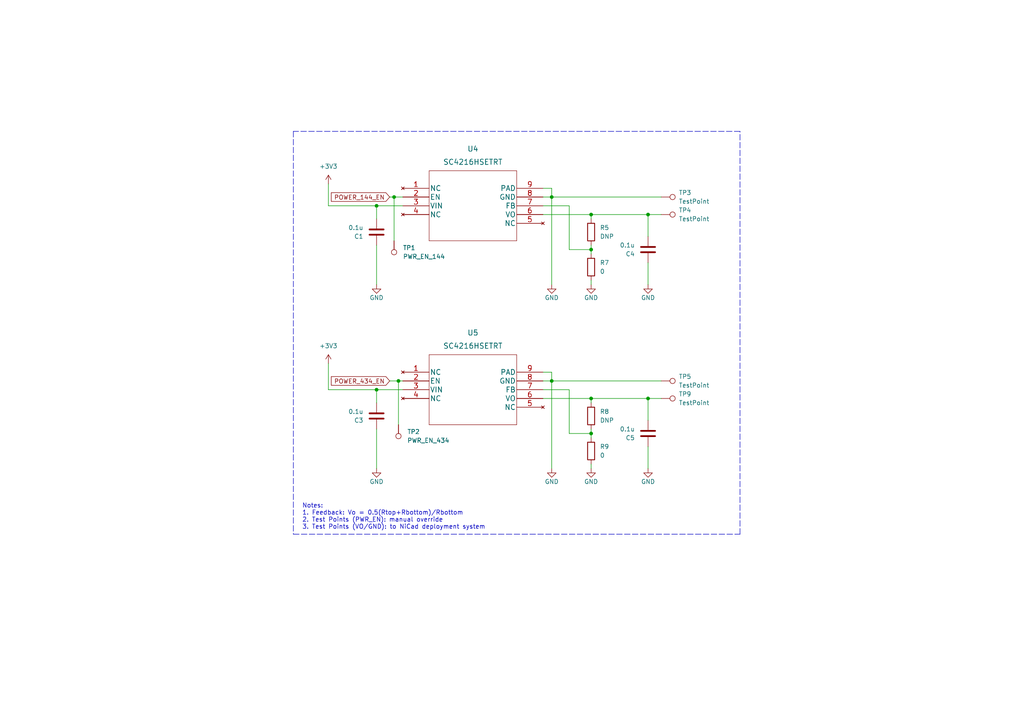
<source format=kicad_sch>
(kicad_sch (version 20211123) (generator eeschema)
  (paper "A4")
  (title_block (title "Antenna Deployment Board") (date "2023-04-24") (rev "RevA") (company "Queen's Space Engineering Team - Satellite"))
  (lib_symbols
    (symbol "Connector:TestPoint" (pin_numbers hide) (pin_names (offset 0.762) hide)
      (property "Reference" "TP" (at 0 6.858 0))
      (property "Value" "TestPoint" (at 0 5.08 0))
      (symbol "TestPoint_0_1"
        (circle (center 0 3.302) (radius 0.762))
      )
      (symbol "TestPoint_1_1"
        (pin passive line (at 0 0 90) (length 2.54) (name "1") (number "1"))
      )
    )
    (symbol "Device:C" (pin_numbers hide) (pin_names (offset 0.254))
      (property "Reference" "C" (at 0.635 2.54 0))
      (property "Value" "C" (at 0.635 -2.54 0))
      (symbol "C_0_1"
        (polyline (pts (xy -2.032 -0.762) (xy 2.032 -0.762)) (stroke (width 0.508)))
        (polyline (pts (xy -2.032 0.762) (xy 2.032 0.762)) (stroke (width 0.508)))
      )
      (symbol "C_1_1"
        (pin passive line (at 0 3.81 270) (length 2.794) (name "~") (number "1"))
        (pin passive line (at 0 -3.81 90) (length 2.794) (name "~") (number "2"))
      )
    )
    (symbol "Device:R" (pin_numbers hide) (pin_names (offset 0))
      (property "Reference" "R" (at 2.032 0 90))
      (property "Value" "R" (at 0 0 90))
      (symbol "R_0_1"
        (rectangle (start -1.016 -2.54) (end 1.016 2.54) (stroke (width 0.254)))
      )
      (symbol "R_1_1"
        (pin passive line (at 0 3.81 270) (length 1.27) (name "~") (number "1"))
        (pin passive line (at 0 -3.81 90) (length 1.27) (name "~") (number "2"))
      )
    )
    (symbol "SC4216HSETRT:SC4216HSETRT" (pin_names (offset 0.254))
      (property "Reference" "U" (at 20.32 10.16 0))
      (property "Value" "SC4216HSETRT" (at 20.32 7.62 0))
      (symbol "SC4216HSETRT_1_1"
        (polyline (pts (xy 7.62 -15.24) (xy 33.02 -15.24)) (stroke (width 0.127)))
        (polyline (pts (xy 7.62 5.08) (xy 7.62 -15.24)) (stroke (width 0.127)))
        (polyline (pts (xy 33.02 -15.24) (xy 33.02 5.08)) (stroke (width 0.127)))
        (polyline (pts (xy 33.02 5.08) (xy 7.62 5.08)) (stroke (width 0.127)))
        (pin no_connect line (at 0 0 0) (length 7.62) (name "NC") (number "1"))
        (pin input line (at 0 -2.54 0) (length 7.62) (name "EN") (number "2"))
        (pin power_in line (at 0 -5.08 0) (length 7.62) (name "VIN") (number "3"))
        (pin no_connect line (at 0 -7.62 0) (length 7.62) (name "NC") (number "4"))
        (pin no_connect line (at 40.64 -10.16 180) (length 7.62) (name "NC") (number "5"))
        (pin power_in line (at 40.64 -7.62 180) (length 7.62) (name "VO") (number "6"))
        (pin unspecified line (at 40.64 -5.08 180) (length 7.62) (name "FB") (number "7"))
        (pin power_in line (at 40.64 -2.54 180) (length 7.62) (name "GND") (number "8"))
        (pin power_in line (at 40.64 0 180) (length 7.62) (name "PAD") (number "9"))
      )
    )
    (symbol "power:+3V3" (power) (pin_names (offset 0))
      (property "Value" "+3V3" (at 0 3.556 0))
      (symbol "+3V3_0_1"
        (polyline (pts (xy -0.762 1.27) (xy 0 2.54)))
        (polyline (pts (xy 0 0) (xy 0 2.54)))
        (polyline (pts (xy 0 2.54) (xy 0.762 1.27)))
      )
      (symbol "+3V3_1_1"
        (pin power_in line (at 0 0 90) (length 0) hide (name "+3V3") (number "1"))
      )
    )
    (symbol "power:GND" (power) (pin_names (offset 0))
      (property "Value" "GND" (at 0 -3.81 0))
      (symbol "GND_0_1"
        (polyline (pts (xy 0 0) (xy 0 -1.27) (xy 1.27 -1.27) (xy 0 -2.54) (xy -1.27 -1.27) (xy 0 -1.27)))
      )
      (symbol "GND_1_1"
        (pin power_in line (at 0 0 270) (length 0) hide (name "GND") (number "1"))
      )
    )
  )
  (junction (at 114.3 57.15))
  (junction (at 171.45 115.57))
  (junction (at 160.02 57.15))
  (junction (at 187.96 62.23))
  (junction (at 171.45 125.73))
  (junction (at 171.45 62.23))
  (junction (at 115.57 110.49))
  (junction (at 160.02 110.49))
  (junction (at 109.22 113.03))
  (junction (at 171.45 72.39))
  (junction (at 187.96 115.57))
  (junction (at 109.22 59.69))
  (wire (pts (xy 171.45 125.73) (xy 165.1 125.73)))
  (wire (pts (xy 95.25 105.41) (xy 95.25 113.03)))
  (polyline (pts (xy 85.09 38.1) (xy 85.09 154.94)))
  (wire (pts (xy 160.02 107.95) (xy 160.02 110.49)))
  (wire (pts (xy 157.48 54.61) (xy 160.02 54.61)))
  (wire (pts (xy 109.22 113.03) (xy 109.22 116.84)))
  (wire (pts (xy 115.57 110.49) (xy 115.57 123.19)))
  (wire (pts (xy 171.45 81.28) (xy 171.45 82.55)))
  (wire (pts (xy 157.48 107.95) (xy 160.02 107.95)))
  (wire (pts (xy 114.3 57.15) (xy 114.3 69.85)))
  (wire (pts (xy 165.1 113.03) (xy 157.48 113.03)))
  (wire (pts (xy 116.84 113.03) (xy 109.22 113.03)))
  (wire (pts (xy 109.22 59.69) (xy 109.22 63.5)))
  (wire (pts (xy 113.03 110.49) (xy 115.57 110.49)))
  (wire (pts (xy 187.96 129.54) (xy 187.96 135.89)))
  (wire (pts (xy 109.22 124.46) (xy 109.22 135.89)))
  (wire (pts (xy 171.45 125.73) (xy 171.45 127)))
  (polyline (pts (xy 214.63 154.94) (xy 214.63 38.1)))
  (wire (pts (xy 113.03 57.15) (xy 114.3 57.15)))
  (wire (pts (xy 171.45 124.46) (xy 171.45 125.73)))
  (wire (pts (xy 157.48 57.15) (xy 160.02 57.15)))
  (wire (pts (xy 157.48 110.49) (xy 160.02 110.49)))
  (wire (pts (xy 157.48 62.23) (xy 171.45 62.23)))
  (wire (pts (xy 160.02 57.15) (xy 160.02 82.55)))
  (wire (pts (xy 187.96 121.92) (xy 187.96 115.57)))
  (wire (pts (xy 171.45 115.57) (xy 171.45 116.84)))
  (wire (pts (xy 187.96 76.2) (xy 187.96 82.55)))
  (wire (pts (xy 165.1 59.69) (xy 157.48 59.69)))
  (wire (pts (xy 160.02 110.49) (xy 191.77 110.49)))
  (wire (pts (xy 165.1 72.39) (xy 165.1 59.69)))
  (wire (pts (xy 95.25 53.34) (xy 95.25 59.69)))
  (wire (pts (xy 95.25 113.03) (xy 109.22 113.03)))
  (wire (pts (xy 171.45 62.23) (xy 171.45 63.5)))
  (wire (pts (xy 171.45 62.23) (xy 187.96 62.23)))
  (wire (pts (xy 171.45 71.12) (xy 171.45 72.39)))
  (wire (pts (xy 160.02 54.61) (xy 160.02 57.15)))
  (wire (pts (xy 165.1 125.73) (xy 165.1 113.03)))
  (wire (pts (xy 115.57 110.49) (xy 116.84 110.49)))
  (wire (pts (xy 95.25 59.69) (xy 109.22 59.69)))
  (polyline (pts (xy 85.09 154.94) (xy 214.63 154.94)))
  (wire (pts (xy 114.3 57.15) (xy 116.84 57.15)))
  (wire (pts (xy 109.22 71.12) (xy 109.22 82.55)))
  (wire (pts (xy 171.45 72.39) (xy 171.45 73.66)))
  (wire (pts (xy 171.45 115.57) (xy 187.96 115.57)))
  (polyline (pts (xy 214.63 38.1) (xy 85.09 38.1)))
  (wire (pts (xy 116.84 59.69) (xy 109.22 59.69)))
  (wire (pts (xy 187.96 115.57) (xy 191.77 115.57)))
  (wire (pts (xy 171.45 134.62) (xy 171.45 135.89)))
  (wire (pts (xy 187.96 62.23) (xy 191.77 62.23)))
  (wire (pts (xy 171.45 72.39) (xy 165.1 72.39)))
  (wire (pts (xy 160.02 110.49) (xy 160.02 135.89)))
  (wire (pts (xy 157.48 115.57) (xy 171.45 115.57)))
  (wire (pts (xy 187.96 68.58) (xy 187.96 62.23)))
  (wire (pts (xy 160.02 57.15) (xy 191.77 57.15)))
  (text "Notes: \n1. Feedback: Vo = 0.5(Rtop+Rbottom)/Rbottom\n2. Test Points (PWR_EN): manual override\n3. Test Points (VO/GND): to NiCad deployment system" (at 87.63 153.67 0) (effects (font (size 1.27 1.27)) (justify left bottom)))
  (global_label "POWER_434_EN" (shape input) (at 113.03 110.49 180) (property "Intersheet References" "${INTERSHEET_REFS}" (effects hide)))
  (global_label "POWER_144_EN" (shape input) (at 113.03 57.15 180) (property "Intersheet References" "${INTERSHEET_REFS}" (effects hide)))
  (symbol (lib_id "Device:C") (at 109.22 120.65 180) (unit 1)
    (property "Reference" "C3" (at 105.41 121.9201 0) (effects (justify left)))
    (property "Value" "0.1u" (at 105.41 119.3801 0) (effects (justify left)))
    (property "Footprint" "Capacitor_SMD:C_0603_1608Metric" (effects hide))
  )
  (symbol (lib_id "Connector:TestPoint") (at 191.77 62.23 270) (unit 1)
    (property "Reference" "TP4" (at 196.85 60.9599 90) (effects (justify left)))
    (property "Value" "TestPoint" (at 196.85 63.4999 90) (effects (justify left)))
    (property "Footprint" "TestPoint:TestPoint_THTPad_4.0x4.0mm_Drill2.0mm" (effects hide))
  )
  (symbol (lib_id "Connector:TestPoint") (at 115.57 123.19 180) (unit 1)
    (property "Reference" "TP2" (at 118.11 125.2219 0) (effects (justify right)))
    (property "Value" "PWR_EN_434" (at 118.11 127.7619 0) (effects (justify right)))
    (property "Footprint" "TestPoint:TestPoint_THTPad_4.0x4.0mm_Drill2.0mm" (effects hide))
  )
  (symbol (lib_id "power:GND") (at 160.02 135.89 0) (unit 1)
    (property "Reference" "#PWR017" (effects hide))
    (property "Value" "GND" (at 160.02 139.7 0))
  )
  (symbol (lib_id "Device:R") (at 171.45 67.31 0) (unit 1)
    (property "Reference" "R5" (at 173.99 66.0399 0) (effects (justify left)))
    (property "Value" "DNP" (at 173.99 68.5799 0) (effects (justify left)))
    (property "Footprint" "Resistor_SMD:R_0603_1608Metric_Pad0.98x0.95mm_HandSolder" (effects hide))
  )
  (symbol (lib_id "power:GND") (at 171.45 82.55 0) (unit 1)
    (property "Reference" "#PWR018" (effects hide))
    (property "Value" "GND" (at 171.45 86.36 0))
  )
  (symbol (lib_id "Device:R") (at 171.45 120.65 0) (unit 1)
    (property "Reference" "R8" (at 173.99 119.3799 0) (effects (justify left)))
    (property "Value" "DNP" (at 173.99 121.9199 0) (effects (justify left)))
    (property "Footprint" "Resistor_SMD:R_0603_1608Metric_Pad0.98x0.95mm_HandSolder" (effects hide))
  )
  (symbol (lib_id "Connector:TestPoint") (at 191.77 115.57 270) (unit 1)
    (property "Reference" "TP9" (at 196.85 114.2999 90) (effects (justify left)))
    (property "Value" "TestPoint" (at 196.85 116.8399 90) (effects (justify left)))
    (property "Footprint" "TestPoint:TestPoint_THTPad_4.0x4.0mm_Drill2.0mm" (effects hide))
  )
  (symbol (lib_id "Device:C") (at 187.96 125.73 180) (unit 1)
    (property "Reference" "C5" (at 184.15 127.0001 0) (effects (justify left)))
    (property "Value" "0.1u" (at 184.15 124.4601 0) (effects (justify left)))
    (property "Footprint" "Capacitor_SMD:C_0603_1608Metric" (effects hide))
  )
  (symbol (lib_id "power:GND") (at 109.22 82.55 0) (unit 1)
    (property "Reference" "#PWR014" (effects hide))
    (property "Value" "GND" (at 109.22 86.36 0))
  )
  (symbol (lib_id "power:GND") (at 187.96 135.89 0) (unit 1)
    (property "Reference" "#PWR021" (effects hide))
    (property "Value" "GND" (at 187.96 139.7 0))
  )
  (symbol (lib_id "power:GND") (at 171.45 135.89 0) (unit 1)
    (property "Reference" "#PWR019" (effects hide))
    (property "Value" "GND" (at 171.45 139.7 0))
  )
  (symbol (lib_id "Connector:TestPoint") (at 191.77 57.15 270) (unit 1)
    (property "Reference" "TP3" (at 196.85 55.8799 90) (effects (justify left)))
    (property "Value" "TestPoint" (at 196.85 58.4199 90) (effects (justify left)))
    (property "Footprint" "TestPoint:TestPoint_THTPad_4.0x4.0mm_Drill2.0mm" (effects hide))
  )
  (symbol (lib_id "Connector:TestPoint") (at 191.77 110.49 270) (unit 1)
    (property "Reference" "TP5" (at 196.85 109.2199 90) (effects (justify left)))
    (property "Value" "TestPoint" (at 196.85 111.7599 90) (effects (justify left)))
    (property "Footprint" "TestPoint:TestPoint_THTPad_4.0x4.0mm_Drill2.0mm" (effects hide))
  )
  (symbol (lib_id "Device:C") (at 109.22 67.31 180) (unit 1)
    (property "Reference" "C1" (at 105.41 68.5801 0) (effects (justify left)))
    (property "Value" "0.1u" (at 105.41 66.0401 0) (effects (justify left)))
    (property "Footprint" "Capacitor_SMD:C_0603_1608Metric" (effects hide))
  )
  (symbol (lib_id "SC4216HSETRT:SC4216HSETRT") (at 116.84 54.61 0) (unit 1)
    (property "Reference" "U4" (at 137.16 43.18 0) (effects (font (size 1.524 1.524))))
    (property "Value" "SC4216HSETRT" (at 137.16 46.99 0) (effects (font (size 1.524 1.524))))
    (property "Footprint" "Package_SO:SOIC-8-1EP_3.9x4.9mm_P1.27mm_EP2.29x3mm" (effects hide))
  )
  (symbol (lib_id "power:GND") (at 187.96 82.55 0) (unit 1)
    (property "Reference" "#PWR020" (effects hide))
    (property "Value" "GND" (at 187.96 86.36 0))
  )
  (symbol (lib_id "Connector:TestPoint") (at 114.3 69.85 180) (unit 1)
    (property "Reference" "TP1" (at 116.84 71.8819 0) (effects (justify right)))
    (property "Value" "PWR_EN_144" (at 116.84 74.4219 0) (effects (justify right)))
    (property "Footprint" "TestPoint:TestPoint_THTPad_4.0x4.0mm_Drill2.0mm" (effects hide))
  )
  (symbol (lib_id "power:+3V3") (at 95.25 105.41 0) (unit 1)
    (property "Reference" "#PWR013" (effects hide))
    (property "Value" "+3V3" (at 95.25 100.33 0))
  )
  (symbol (lib_id "Device:R") (at 171.45 130.81 0) (unit 1)
    (property "Reference" "R9" (at 173.99 129.5399 0) (effects (justify left)))
    (property "Value" "0" (at 173.99 132.0799 0) (effects (justify left)))
    (property "Footprint" "Resistor_SMD:R_0603_1608Metric_Pad0.98x0.95mm_HandSolder" (effects hide))
  )
  (symbol (lib_id "power:GND") (at 109.22 135.89 0) (unit 1)
    (property "Reference" "#PWR015" (effects hide))
    (property "Value" "GND" (at 109.22 139.7 0))
  )
  (symbol (lib_id "SC4216HSETRT:SC4216HSETRT") (at 116.84 107.95 0) (unit 1)
    (property "Reference" "U5" (at 137.16 96.52 0) (effects (font (size 1.524 1.524))))
    (property "Value" "SC4216HSETRT" (at 137.16 100.33 0) (effects (font (size 1.524 1.524))))
    (property "Footprint" "Package_SO:SOIC-8-1EP_3.9x4.9mm_P1.27mm_EP2.29x3mm" (effects hide))
  )
  (symbol (lib_id "Device:R") (at 171.45 77.47 0) (unit 1)
    (property "Reference" "R7" (at 173.99 76.1999 0) (effects (justify left)))
    (property "Value" "0" (at 173.99 78.7399 0) (effects (justify left)))
    (property "Footprint" "Resistor_SMD:R_0603_1608Metric_Pad0.98x0.95mm_HandSolder" (effects hide))
  )
  (symbol (lib_id "power:+3V3") (at 95.25 53.34 0) (unit 1)
    (property "Reference" "#PWR012" (effects hide))
    (property "Value" "+3V3" (at 95.25 48.26 0))
  )
  (symbol (lib_id "Device:C") (at 187.96 72.39 180) (unit 1)
    (property "Reference" "C4" (at 184.15 73.6601 0) (effects (justify left)))
    (property "Value" "0.1u" (at 184.15 71.1201 0) (effects (justify left)))
    (property "Footprint" "Capacitor_SMD:C_0603_1608Metric" (effects hide))
  )
  (symbol (lib_id "power:GND") (at 160.02 82.55 0) (unit 1)
    (property "Reference" "#PWR016" (effects hide))
    (property "Value" "GND" (at 160.02 86.36 0))
  )
)
</source>
